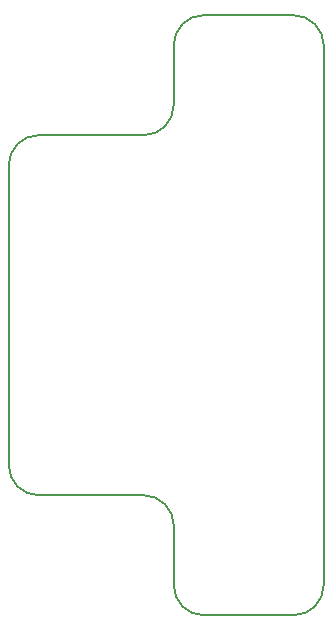
<source format=gbr>
G04 (created by PCBNEW (2013-jul-07)-stable) date Thu 17 Jan 2019 05:03:46 PM PST*
%MOIN*%
G04 Gerber Fmt 3.4, Leading zero omitted, Abs format*
%FSLAX34Y34*%
G01*
G70*
G90*
G04 APERTURE LIST*
%ADD10C,0.00590551*%
%ADD11C,0.005*%
G04 APERTURE END LIST*
G54D10*
G54D11*
X25500Y-37000D02*
X25500Y-39000D01*
X25500Y-21000D02*
X25500Y-23000D01*
X21000Y-24000D02*
X24500Y-24000D01*
X21000Y-36000D02*
X24500Y-36000D01*
X20000Y-25000D02*
X20000Y-35000D01*
X25500Y-37000D02*
G75*
G03X24500Y-36000I-1000J0D01*
G74*
G01*
X20000Y-35000D02*
G75*
G03X21000Y-36000I1000J0D01*
G74*
G01*
X24500Y-24000D02*
G75*
G03X25500Y-23000I0J1000D01*
G74*
G01*
X21000Y-24000D02*
G75*
G03X20000Y-25000I0J-1000D01*
G74*
G01*
X26500Y-40000D02*
X29500Y-40000D01*
X29500Y-20000D02*
X26500Y-20000D01*
X25500Y-39000D02*
G75*
G03X26500Y-40000I1000J0D01*
G74*
G01*
X26500Y-20000D02*
G75*
G03X25500Y-21000I0J-1000D01*
G74*
G01*
X30500Y-21000D02*
X30500Y-39000D01*
X29500Y-40000D02*
G75*
G03X30500Y-39000I0J1000D01*
G74*
G01*
X30500Y-21000D02*
G75*
G03X29500Y-20000I-1000J0D01*
G74*
G01*
M02*

</source>
